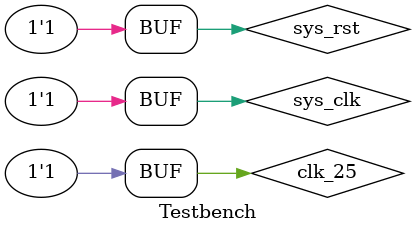
<source format=v>
`timescale 1ns / 1ps


module Testbench();
reg        sys_clk;
reg        sys_rst;
reg        clk_25;

   
always begin
    sys_clk = 1'b0; #10;
    sys_clk = 1'b1; #10;
end

always begin
    clk_25 = 1'b0; #40;
    clk_25 = 1'b1; #40;
end

   initial begin
      sys_clk = 0;
      sys_rst = 0;
      #100;
      sys_rst = 1;
   end
   
   /////////////////////////////VGA Test/////////////////////////////////////////////////
   wire [3:0] R,G,B;
   wire h_sync, v_sync;
   
   wire portb_addr, portb_dout;
   wire frame_addr, frame_pixel;
   vram_wrapper u_vram_wrapper
      (
      .BRAM_PORTA_addr(17'b0),
          .BRAM_PORTA_clk(clk_25),
          .BRAM_PORTA_din(12'b0),
          .BRAM_PORTA_en(1'b0),
          .BRAM_PORTA_we(1'b0),
       .BRAM_PORTB_addr(frame_addr),
       .BRAM_PORTB_clk(clk_25),
       .BRAM_PORTB_dout(frame_pixel),
       .BRAM_PORTB_en(1'b1)
       );
       
   vga u_vga (
       .clk25(clk_25),
       .vga_red(R),
       .vga_green(G),
       .vga_blue(B),
       .vga_hsync(h_sync),
       .vga_vsync(v_sync),
       .frame_addr(frame_addr),
       .frame_pixel(frame_pixel)
       );
   

endmodule

</source>
